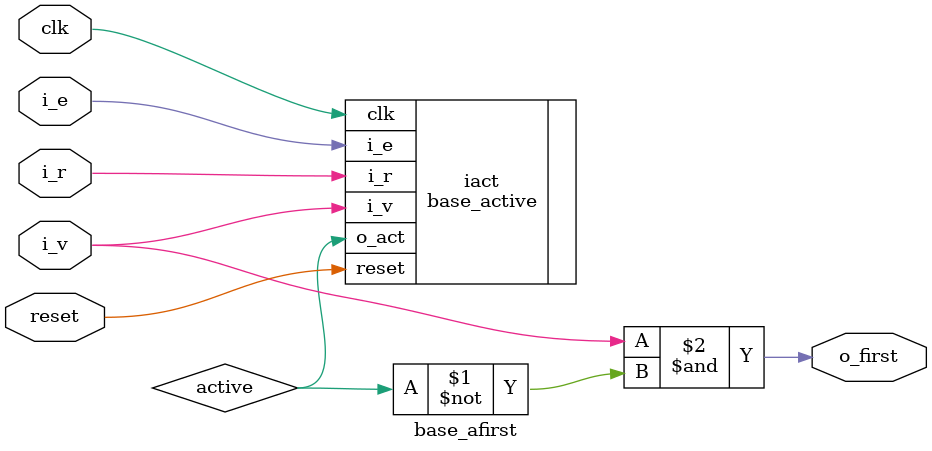
<source format=v>
module base_afirst
  (input clk, input reset,
   input  i_r,
   input  i_v,
   input  i_e,
   output o_first
   );
   wire   active;
   base_active#(.del(1)) iact(.clk(clk),.reset(reset),.i_v(i_v),.i_r(i_r),.i_e(i_e),.o_act(active));
//   assign o_first = i_v & ~i_e & ~active;
   assign o_first = i_v & ~active;
endmodule // base_afirst

   
   

</source>
